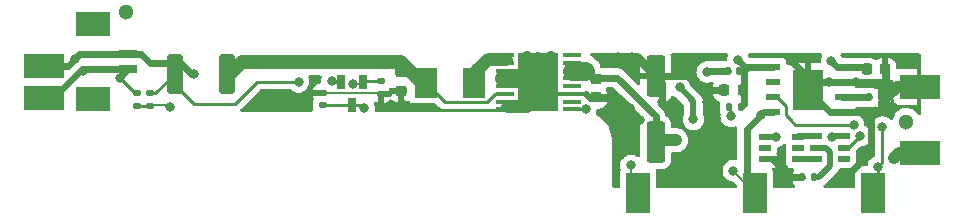
<source format=gbr>
%TF.GenerationSoftware,KiCad,Pcbnew,(6.0.6-0)*%
%TF.CreationDate,2022-10-05T15:39:13+02:00*%
%TF.ProjectId,Battery Extension PCB,42617474-6572-4792-9045-7874656e7369,rev?*%
%TF.SameCoordinates,Original*%
%TF.FileFunction,Copper,L1,Top*%
%TF.FilePolarity,Positive*%
%FSLAX46Y46*%
G04 Gerber Fmt 4.6, Leading zero omitted, Abs format (unit mm)*
G04 Created by KiCad (PCBNEW (6.0.6-0)) date 2022-10-05 15:39:13*
%MOMM*%
%LPD*%
G01*
G04 APERTURE LIST*
G04 Aperture macros list*
%AMRoundRect*
0 Rectangle with rounded corners*
0 $1 Rounding radius*
0 $2 $3 $4 $5 $6 $7 $8 $9 X,Y pos of 4 corners*
0 Add a 4 corners polygon primitive as box body*
4,1,4,$2,$3,$4,$5,$6,$7,$8,$9,$2,$3,0*
0 Add four circle primitives for the rounded corners*
1,1,$1+$1,$2,$3*
1,1,$1+$1,$4,$5*
1,1,$1+$1,$6,$7*
1,1,$1+$1,$8,$9*
0 Add four rect primitives between the rounded corners*
20,1,$1+$1,$2,$3,$4,$5,0*
20,1,$1+$1,$4,$5,$6,$7,0*
20,1,$1+$1,$6,$7,$8,$9,0*
20,1,$1+$1,$8,$9,$2,$3,0*%
G04 Aperture macros list end*
%TA.AperFunction,SMDPad,CuDef*%
%ADD10R,2.000000X3.500000*%
%TD*%
%TA.AperFunction,SMDPad,CuDef*%
%ADD11R,1.072009X0.532004*%
%TD*%
%TA.AperFunction,SMDPad,CuDef*%
%ADD12RoundRect,0.140000X-0.140000X-0.170000X0.140000X-0.170000X0.140000X0.170000X-0.140000X0.170000X0*%
%TD*%
%TA.AperFunction,SMDPad,CuDef*%
%ADD13R,3.000000X2.100000*%
%TD*%
%TA.AperFunction,SMDPad,CuDef*%
%ADD14R,1.600000X0.800000*%
%TD*%
%TA.AperFunction,SMDPad,CuDef*%
%ADD15RoundRect,0.135000X-0.135000X-0.185000X0.135000X-0.185000X0.135000X0.185000X-0.135000X0.185000X0*%
%TD*%
%TA.AperFunction,SMDPad,CuDef*%
%ADD16RoundRect,0.250000X-0.400000X-1.450000X0.400000X-1.450000X0.400000X1.450000X-0.400000X1.450000X0*%
%TD*%
%TA.AperFunction,SMDPad,CuDef*%
%ADD17RoundRect,0.135000X-0.185000X0.135000X-0.185000X-0.135000X0.185000X-0.135000X0.185000X0.135000X0*%
%TD*%
%TA.AperFunction,SMDPad,CuDef*%
%ADD18R,3.500000X2.000000*%
%TD*%
%TA.AperFunction,SMDPad,CuDef*%
%ADD19R,1.000000X0.550013*%
%TD*%
%TA.AperFunction,SMDPad,CuDef*%
%ADD20RoundRect,0.225000X0.250000X-0.225000X0.250000X0.225000X-0.250000X0.225000X-0.250000X-0.225000X0*%
%TD*%
%TA.AperFunction,SMDPad,CuDef*%
%ADD21R,1.900000X2.500000*%
%TD*%
%TA.AperFunction,SMDPad,CuDef*%
%ADD22RoundRect,0.225000X-0.250000X0.225000X-0.250000X-0.225000X0.250000X-0.225000X0.250000X0.225000X0*%
%TD*%
%TA.AperFunction,SMDPad,CuDef*%
%ADD23R,2.500000X3.499873*%
%TD*%
%TA.AperFunction,SMDPad,CuDef*%
%ADD24R,1.200000X0.600000*%
%TD*%
%TA.AperFunction,SMDPad,CuDef*%
%ADD25RoundRect,0.225000X0.225000X0.250000X-0.225000X0.250000X-0.225000X-0.250000X0.225000X-0.250000X0*%
%TD*%
%TA.AperFunction,SMDPad,CuDef*%
%ADD26RoundRect,0.250000X0.550000X-1.500000X0.550000X1.500000X-0.550000X1.500000X-0.550000X-1.500000X0*%
%TD*%
%TA.AperFunction,SMDPad,CuDef*%
%ADD27R,3.400000X5.000000*%
%TD*%
%TA.AperFunction,SMDPad,CuDef*%
%ADD28RoundRect,0.100000X-0.687500X-0.100000X0.687500X-0.100000X0.687500X0.100000X-0.687500X0.100000X0*%
%TD*%
%TA.AperFunction,SMDPad,CuDef*%
%ADD29RoundRect,0.135000X0.185000X-0.135000X0.185000X0.135000X-0.185000X0.135000X-0.185000X-0.135000X0*%
%TD*%
%TA.AperFunction,SMDPad,CuDef*%
%ADD30R,0.700000X1.250013*%
%TD*%
%TA.AperFunction,ViaPad*%
%ADD31C,1.300000*%
%TD*%
%TA.AperFunction,ViaPad*%
%ADD32C,0.800000*%
%TD*%
%TA.AperFunction,Conductor*%
%ADD33C,0.300000*%
%TD*%
%TA.AperFunction,Conductor*%
%ADD34C,0.600000*%
%TD*%
%TA.AperFunction,Conductor*%
%ADD35C,0.250000*%
%TD*%
%TA.AperFunction,Conductor*%
%ADD36C,1.650000*%
%TD*%
%TA.AperFunction,Conductor*%
%ADD37C,1.000000*%
%TD*%
%TA.AperFunction,Conductor*%
%ADD38C,0.200000*%
%TD*%
%TA.AperFunction,Conductor*%
%ADD39C,0.350000*%
%TD*%
%TA.AperFunction,Conductor*%
%ADD40C,1.100000*%
%TD*%
%TA.AperFunction,Conductor*%
%ADD41C,0.550000*%
%TD*%
%TA.AperFunction,Conductor*%
%ADD42C,0.800000*%
%TD*%
%TA.AperFunction,Conductor*%
%ADD43C,0.700000*%
%TD*%
%TA.AperFunction,Conductor*%
%ADD44C,1.200000*%
%TD*%
%TA.AperFunction,Conductor*%
%ADD45C,1.600000*%
%TD*%
G04 APERTURE END LIST*
D10*
%TO.P,P3,1*%
%TO.N,BATT VOLT*%
X118338600Y-80721200D03*
%TD*%
D11*
%TO.P,U6,1,OD*%
%TO.N,Net-(U3-Pad6)*%
X133451600Y-75925676D03*
%TO.P,U6,2,VM*%
%TO.N,Net-(R5-Pad2)*%
X133451600Y-76875638D03*
%TO.P,U6,3,OC*%
%TO.N,Net-(U3-Pad4)*%
X133451600Y-77825600D03*
%TO.P,U6,4,TD*%
%TO.N,unconnected-(U6-Pad4)*%
X135749796Y-77825600D03*
%TO.P,U6,5,VCC*%
%TO.N,Net-(R8-Pad1)*%
X135749796Y-76875638D03*
%TO.P,U6,6,GND*%
%TO.N,-BATT*%
X135749796Y-75925676D03*
%TD*%
D12*
%TO.P,C5,1*%
%TO.N,-BATT*%
X125961200Y-70358000D03*
%TO.P,C5,2*%
%TO.N,+BATT*%
X126921200Y-70358000D03*
%TD*%
D13*
%TO.P,U1,0,0*%
%TO.N,unconnected-(U1-Pad0)*%
X72229676Y-66420994D03*
X72229676Y-72771006D03*
D14*
%TO.P,U1,1,1*%
%TO.N,+BATT*%
X75129600Y-68970905D03*
%TO.P,U1,2,2*%
%TO.N,-BATT*%
X75129600Y-70221095D03*
%TD*%
D10*
%TO.P,P7,1*%
%TO.N,VBUS*%
X128244600Y-80721200D03*
%TD*%
D15*
%TO.P,R7,1*%
%TO.N,Net-(R7-Pad1)*%
X137934942Y-72623807D03*
%TO.P,R7,2*%
%TO.N,GND*%
X138954942Y-72623807D03*
%TD*%
D16*
%TO.P,F1,1*%
%TO.N,+BATT*%
X79105800Y-70662800D03*
%TO.P,F1,2*%
%TO.N,Net-(C2-Pad1)*%
X83555800Y-70662800D03*
%TD*%
D17*
%TO.P,R2,2*%
%TO.N,BATT VOLT*%
X75946000Y-73304500D03*
%TO.P,R2,1*%
%TO.N,-BATT*%
X75946000Y-72284500D03*
%TD*%
D18*
%TO.P,P2,1*%
%TO.N,-BATT*%
X68021200Y-72694800D03*
%TD*%
D19*
%TO.P,U3,1,S1*%
%TO.N,-BATT*%
X129085847Y-75938123D03*
%TO.P,U3,2,D1/D2*%
%TO.N,unconnected-(U3-Pad2)*%
X129085847Y-76888085D03*
%TO.P,U3,3,S2*%
%TO.N,GND*%
X129085847Y-77838047D03*
%TO.P,U3,4,G2*%
%TO.N,Net-(U3-Pad4)*%
X131885949Y-77838047D03*
%TO.P,U3,5,D1/D2*%
%TO.N,unconnected-(U3-Pad5)*%
X131885949Y-76888085D03*
%TO.P,U3,6,G1*%
%TO.N,Net-(U3-Pad6)*%
X131885949Y-75938123D03*
%TD*%
D18*
%TO.P,P13,1*%
%TO.N,GND*%
X142240000Y-71729600D03*
%TD*%
D20*
%TO.P,C3,1*%
%TO.N,GND*%
X114757200Y-72606200D03*
%TO.P,C3,2*%
%TO.N,+5V*%
X114757200Y-71056200D03*
%TD*%
D15*
%TO.P,R5,1*%
%TO.N,GND*%
X132215206Y-79391539D03*
%TO.P,R5,2*%
%TO.N,Net-(R5-Pad2)*%
X133235206Y-79391539D03*
%TD*%
D21*
%TO.P,U7,1,1*%
%TO.N,Net-(C2-Pad1)*%
X100362762Y-71374000D03*
%TO.P,U7,2,2*%
%TO.N,Net-(U4-Pad1)*%
X104462838Y-71374000D03*
%TD*%
D18*
%TO.P,P1,1*%
%TO.N,+BATT*%
X68021200Y-69926200D03*
%TD*%
D22*
%TO.P,C2,1*%
%TO.N,Net-(C2-Pad1)*%
X98247200Y-70497400D03*
%TO.P,C2,2*%
%TO.N,GND*%
X98247200Y-72047400D03*
%TD*%
D23*
%TO.P,U5,9,EP*%
%TO.N,GND*%
X132704542Y-71963407D03*
D24*
%TO.P,U5,8,CE*%
%TO.N,VBUS*%
X129796236Y-73868411D03*
%TO.P,U5,7,CHRG#*%
%TO.N,BATT CHARGING*%
X129796236Y-72598408D03*
%TO.P,U5,6,STDBY#*%
%TO.N,unconnected-(U5-Pad6)*%
X129796236Y-71328406D03*
%TO.P,U5,5,BAT*%
%TO.N,+BATT*%
X129796236Y-70058403D03*
%TO.P,U5,4,VCC*%
%TO.N,VBUS*%
X135612848Y-70058403D03*
%TO.P,U5,3,GND*%
%TO.N,GND*%
X135612848Y-71328406D03*
%TO.P,U5,2,PROG*%
%TO.N,Net-(R7-Pad1)*%
X135612848Y-72598408D03*
%TO.P,U5,1,TEMP*%
%TO.N,GND*%
X135612848Y-73868411D03*
%TD*%
D25*
%TO.P,C1,1*%
%TO.N,GND*%
X139255800Y-70256400D03*
%TO.P,C1,2*%
%TO.N,VBUS*%
X137705800Y-70256400D03*
%TD*%
D26*
%TO.P,C6,1*%
%TO.N,+5V*%
X119837200Y-76415200D03*
%TO.P,C6,2*%
%TO.N,GND*%
X119837200Y-70815200D03*
%TD*%
D25*
%TO.P,C4,1*%
%TO.N,+BATT*%
X127216200Y-71983600D03*
%TO.P,C4,2*%
%TO.N,GND*%
X125666200Y-71983600D03*
%TD*%
D27*
%TO.P,U4,17,EP*%
%TO.N,GND*%
X109906379Y-71342512D03*
D28*
%TO.P,U4,16,NC*%
%TO.N,unconnected-(U4-Pad16)*%
X112768879Y-69067512D03*
%TO.P,U4,15,VOUT*%
%TO.N,+5V*%
X112768879Y-69717512D03*
%TO.P,U4,14,VOUT*%
X112768879Y-70367512D03*
%TO.P,U4,13,VOUT*%
X112768879Y-71017512D03*
%TO.P,U4,12,FB*%
%TO.N,unconnected-(U4-Pad12)*%
X112768879Y-71667512D03*
%TO.P,U4,11,GND*%
%TO.N,GND*%
X112768879Y-72317512D03*
%TO.P,U4,10,LBO*%
%TO.N,unconnected-(U4-Pad10)*%
X112768879Y-72967512D03*
%TO.P,U4,9,EN*%
%TO.N,Net-(R9-Pad1)*%
X112768879Y-73617512D03*
%TO.P,U4,8,SYNC*%
%TO.N,GND*%
X107043879Y-73617512D03*
%TO.P,U4,7,LBI*%
X107043879Y-72967512D03*
%TO.P,U4,6,VBAT*%
%TO.N,Net-(C2-Pad1)*%
X107043879Y-72317512D03*
%TO.P,U4,5,PGND*%
%TO.N,GND*%
X107043879Y-71667512D03*
%TO.P,U4,4,PGND*%
X107043879Y-71017512D03*
%TO.P,U4,3,PGND*%
X107043879Y-70367512D03*
%TO.P,U4,2,SW*%
%TO.N,Net-(U4-Pad1)*%
X107043879Y-69717512D03*
%TO.P,U4,1,SW*%
X107043879Y-69067512D03*
%TD*%
D17*
%TO.P,R6,1*%
%TO.N,VBUS*%
X96621600Y-71270400D03*
%TO.P,R6,2*%
%TO.N,GND*%
X96621600Y-72290400D03*
%TD*%
D18*
%TO.P,P12,1*%
%TO.N,+5V*%
X142240000Y-77343000D03*
%TD*%
D29*
%TO.P,R1,2*%
%TO.N,+BATT*%
X77063600Y-72286400D03*
%TO.P,R1,1*%
%TO.N,BATT VOLT*%
X77063600Y-73306400D03*
%TD*%
D30*
%TO.P,U8,1,G*%
%TO.N,VBUS*%
X95082362Y-71288400D03*
%TO.P,U8,2,S*%
%TO.N,+BATT*%
X93182438Y-71288400D03*
%TO.P,U8,3,D*%
%TO.N,Net-(R9-Pad1)*%
X94132400Y-73288400D03*
%TD*%
D10*
%TO.P,P11,1*%
%TO.N,BATT CHARGING*%
X138252200Y-80721200D03*
%TD*%
D29*
%TO.P,R9,1*%
%TO.N,Net-(R9-Pad1)*%
X91643200Y-73255600D03*
%TO.P,R9,2*%
%TO.N,GND*%
X91643200Y-72235600D03*
%TD*%
D15*
%TO.P,R8,1*%
%TO.N,Net-(R8-Pad1)*%
X126032800Y-73456800D03*
%TO.P,R8,2*%
%TO.N,+BATT*%
X127052800Y-73456800D03*
%TD*%
D31*
%TO.N,*%
X141071600Y-74676000D03*
X75031600Y-65430400D03*
D32*
%TO.N,GND*%
X118540936Y-74509315D03*
X130810000Y-79044800D03*
X136799194Y-71328406D03*
X117703600Y-73558400D03*
X121818400Y-69443600D03*
X121513600Y-74066400D03*
X110947200Y-69189600D03*
X108966000Y-69189600D03*
X134513194Y-71328406D03*
X135940800Y-79146400D03*
X131318000Y-69545200D03*
X120396000Y-73050400D03*
X117856000Y-69240400D03*
X116687600Y-69189600D03*
X124155200Y-73050400D03*
X138627989Y-73868411D03*
X109829600Y-69189600D03*
%TO.N,VBUS*%
X128727200Y-74117200D03*
X134721600Y-69545200D03*
X94183200Y-71526400D03*
X126414017Y-78817983D03*
%TO.N,+BATT*%
X80772000Y-70662800D03*
X89611200Y-71308300D03*
X70662800Y-69342000D03*
X92405200Y-71272400D03*
X126796800Y-69443600D03*
%TO.N,-BATT*%
X74523600Y-71018400D03*
X123037600Y-74472800D03*
X124206000Y-70459600D03*
X129997200Y-75946000D03*
X71374000Y-70358000D03*
X134772400Y-75946000D03*
X121869200Y-71780400D03*
%TO.N,+5V*%
X140004800Y-77774800D03*
X121564400Y-76250800D03*
%TO.N,BATT VOLT*%
X78689200Y-73406000D03*
X117754400Y-78384400D03*
%TO.N,Net-(R8-Pad1)*%
X137174900Y-75857700D03*
X126238000Y-74218800D03*
%TO.N,BATT CHARGING*%
X138684000Y-78486000D03*
X139039600Y-75133200D03*
X136601200Y-74930000D03*
%TO.N,Net-(R9-Pad1)*%
X95148400Y-73546700D03*
X113926879Y-73585132D03*
%TD*%
D33*
%TO.N,GND*%
X106778370Y-71272400D02*
X107033125Y-71017645D01*
D34*
X114298900Y-72693700D02*
X113944400Y-72339200D01*
X138074400Y-74076822D02*
X137865989Y-73868411D01*
D35*
X98348800Y-72847200D02*
X99212400Y-73710800D01*
D34*
X117703600Y-73558400D02*
X116838900Y-72693700D01*
D36*
X107033125Y-71017645D02*
X109581512Y-71017645D01*
D34*
X135612848Y-73868411D02*
X137865989Y-73868411D01*
X135612848Y-71328406D02*
X136799194Y-71328406D01*
D33*
X109906379Y-70230421D02*
X109906379Y-71342512D01*
D37*
X140251649Y-71729600D02*
X142499615Y-71729600D01*
D34*
X138881989Y-73868411D02*
X139357442Y-73392958D01*
D37*
X140251649Y-71729600D02*
X142240000Y-71729600D01*
D38*
X96215200Y-72288400D02*
X97853800Y-72288400D01*
D37*
X139357442Y-72623807D02*
X140251649Y-71729600D01*
D34*
X136144000Y-79146400D02*
X138074400Y-77216000D01*
D37*
X109906379Y-69266379D02*
X109906379Y-71342512D01*
D39*
X110881487Y-72317620D02*
X109906379Y-71342512D01*
D34*
X123850400Y-71983600D02*
X125666200Y-71983600D01*
X135940800Y-79146400D02*
X136144000Y-79146400D01*
X119837200Y-70815200D02*
X122682000Y-70815200D01*
X135612848Y-71328406D02*
X134513194Y-71328406D01*
D38*
X97853800Y-72288400D02*
X98348800Y-71793400D01*
D34*
X130810000Y-79044800D02*
X131156739Y-79391539D01*
D40*
X107295520Y-73355200D02*
X108915200Y-73355200D01*
D34*
X138074400Y-77216000D02*
X138074400Y-74076822D01*
X136799194Y-71328406D02*
X139339194Y-71328406D01*
D41*
X131207539Y-79391539D02*
X129654047Y-77838047D01*
D42*
X118262400Y-69240400D02*
X119837200Y-70815200D01*
D33*
X109829600Y-69189600D02*
X109906379Y-69266379D01*
D34*
X139343300Y-72609665D02*
X139357442Y-72623807D01*
X131156739Y-79391539D02*
X132215206Y-79391539D01*
D39*
X112779633Y-72317620D02*
X113922820Y-72317620D01*
D34*
X122682000Y-70815200D02*
X123850400Y-71983600D01*
D43*
X117856000Y-69240400D02*
X118262400Y-69240400D01*
D34*
X139343300Y-70256400D02*
X139343300Y-71324300D01*
D39*
X112779633Y-72317620D02*
X110881487Y-72317620D01*
D34*
X120396000Y-73050400D02*
X120396000Y-71374000D01*
D37*
X110947200Y-69189600D02*
X109906379Y-70230421D01*
D34*
X132704542Y-70931742D02*
X131318000Y-69545200D01*
X116838900Y-72693700D02*
X114757200Y-72693700D01*
X138627989Y-73868411D02*
X138881989Y-73868411D01*
D38*
X91643200Y-72235600D02*
X91696000Y-72288400D01*
D34*
X135612848Y-73868411D02*
X134609546Y-73868411D01*
D33*
X106730800Y-71272400D02*
X106778370Y-71272400D01*
D37*
X109581512Y-69805112D02*
X108966000Y-69189600D01*
D33*
X107033125Y-73617595D02*
X107295520Y-73355200D01*
D34*
X114757200Y-72693700D02*
X114298900Y-72693700D01*
D35*
X106939920Y-73710800D02*
X107295520Y-73355200D01*
D41*
X129654047Y-77838047D02*
X129085847Y-77838047D01*
D35*
X98044000Y-71728500D02*
X98348800Y-72033300D01*
D38*
X96619600Y-72288400D02*
X96621600Y-72290400D01*
D35*
X99212400Y-73710800D02*
X106939920Y-73710800D01*
X98348800Y-72033300D02*
X98348800Y-72847200D01*
D34*
X134513194Y-71328406D02*
X133339543Y-71328406D01*
X137865989Y-73868411D02*
X138627989Y-73868411D01*
X132704542Y-71963407D02*
X132704542Y-70931742D01*
X139343300Y-71324300D02*
X139343300Y-72609665D01*
X134609546Y-73868411D02*
X132704542Y-71963407D01*
D33*
X109906379Y-72364021D02*
X109906379Y-71342512D01*
X113922820Y-72317620D02*
X113944400Y-72339200D01*
X109581512Y-71017645D02*
X109581512Y-69805112D01*
X109581512Y-71017645D02*
X109906379Y-71342512D01*
D38*
X96215200Y-72288400D02*
X96619600Y-72288400D01*
D34*
X133339543Y-71328406D02*
X132704542Y-71963407D01*
D40*
X108915200Y-73355200D02*
X109906379Y-72364021D01*
D34*
X120396000Y-71374000D02*
X119837200Y-70815200D01*
X139357442Y-73392958D02*
X139357442Y-72623807D01*
X139339194Y-71328406D02*
X139343300Y-71324300D01*
D38*
X91696000Y-72288400D02*
X96215200Y-72288400D01*
%TO.N,VBUS*%
X126414017Y-78817983D02*
X126414017Y-78890617D01*
D35*
X95147262Y-71223500D02*
X95082362Y-71288400D01*
D38*
X128197367Y-80673967D02*
X128244600Y-80673967D01*
D34*
X127558800Y-75285600D02*
X128727200Y-74117200D01*
X127558800Y-80035400D02*
X127558800Y-75285600D01*
X135612848Y-70058403D02*
X137420303Y-70058403D01*
X128727200Y-74117200D02*
X128168400Y-74676000D01*
D38*
X126414017Y-78890617D02*
X128197367Y-80673967D01*
X94183200Y-71526400D02*
X94844362Y-71526400D01*
D34*
X135234803Y-70058403D02*
X134721600Y-69545200D01*
D35*
X127558800Y-80035400D02*
X128172367Y-80648967D01*
D34*
X137420303Y-70058403D02*
X137618300Y-70256400D01*
X135612848Y-70058403D02*
X135234803Y-70058403D01*
D35*
X128172367Y-80648967D02*
X128244600Y-80648967D01*
D34*
X127609600Y-79813567D02*
X128270000Y-80473967D01*
D38*
X94844362Y-71526400D02*
X95082362Y-71288400D01*
D35*
X96621600Y-71223500D02*
X95147262Y-71223500D01*
D34*
X128975989Y-73868411D02*
X128727200Y-74117200D01*
X129796236Y-73868411D02*
X128975989Y-73868411D01*
D35*
%TO.N,Net-(C2-Pad1)*%
X106252874Y-72317620D02*
X105570894Y-72999600D01*
D44*
X98247200Y-69646800D02*
X84825800Y-69646800D01*
X100126800Y-71526400D02*
X98247200Y-69646800D01*
X84825800Y-69646800D02*
X83809800Y-70662800D01*
D34*
X100565962Y-71374000D02*
X100380800Y-71374000D01*
X100380800Y-71374000D02*
X100228400Y-71526400D01*
D35*
X107033125Y-72317620D02*
X106252874Y-72317620D01*
X101988362Y-72999600D02*
X100362762Y-71374000D01*
X105570894Y-72999600D02*
X101988362Y-72999600D01*
D44*
X100228400Y-71526400D02*
X100126800Y-71526400D01*
D34*
%TO.N,+BATT*%
X80772000Y-70662800D02*
X80528200Y-70662800D01*
X75129600Y-68970905D02*
X71033895Y-68970905D01*
D35*
X77063600Y-72286400D02*
X77482200Y-72286400D01*
X80721200Y-73152000D02*
X84226400Y-73152000D01*
X92421200Y-71288400D02*
X93182438Y-71288400D01*
D34*
X68021200Y-69926200D02*
X66594540Y-69926200D01*
X71033895Y-68970905D02*
X70662800Y-69342000D01*
X127303700Y-70358000D02*
X127303700Y-69950500D01*
D35*
X84226400Y-73152000D02*
X86090762Y-71287638D01*
X86090762Y-71287638D02*
X89590538Y-71287638D01*
D34*
X79613800Y-69748400D02*
X77012800Y-69748400D01*
X129796236Y-70058403D02*
X127603297Y-70058403D01*
D35*
X77482200Y-72286400D02*
X79105800Y-70662800D01*
X79105800Y-70662800D02*
X79105800Y-71536600D01*
X79105800Y-71536600D02*
X80721200Y-73152000D01*
D34*
X127303700Y-70358000D02*
X127303700Y-73205900D01*
X80528200Y-70662800D02*
X79613800Y-69748400D01*
D38*
X93182438Y-71288400D02*
X93182438Y-71358762D01*
D34*
X127603297Y-70058403D02*
X127303700Y-70358000D01*
X76235305Y-68970905D02*
X77012800Y-69748400D01*
X75129600Y-68970905D02*
X76235305Y-68970905D01*
X127303700Y-69950500D02*
X126796800Y-69443600D01*
D35*
X92405200Y-71272400D02*
X92421200Y-71288400D01*
D34*
X66594540Y-69926200D02*
X66594540Y-69951600D01*
X70078600Y-69926200D02*
X68021200Y-69926200D01*
D35*
X89590538Y-71287638D02*
X89611200Y-71308300D01*
D34*
X127303700Y-73205900D02*
X127052800Y-73456800D01*
X70662800Y-69342000D02*
X70078600Y-69926200D01*
%TO.N,-BATT*%
X124307600Y-70358000D02*
X124206000Y-70459600D01*
D41*
X129997200Y-75946000D02*
X129093724Y-75946000D01*
D34*
X71307705Y-70291705D02*
X71307705Y-70221095D01*
X74523600Y-71018400D02*
X74523600Y-70827095D01*
D35*
X129093724Y-75946000D02*
X129085847Y-75938123D01*
D41*
X135749796Y-75925676D02*
X134792724Y-75925676D01*
D35*
X134792724Y-75925676D02*
X134772400Y-75946000D01*
X75789700Y-72284500D02*
X74523600Y-71018400D01*
D41*
X123037600Y-74472800D02*
X123037600Y-72948800D01*
D34*
X68021200Y-72694800D02*
X66594540Y-72694800D01*
D35*
X75946000Y-72284500D02*
X75789700Y-72284500D01*
D34*
X74523600Y-70827095D02*
X75129600Y-70221095D01*
X71374000Y-70358000D02*
X71307705Y-70291705D01*
D41*
X123037600Y-72948800D02*
X121869200Y-71780400D01*
D34*
X125961200Y-70358000D02*
X124307600Y-70358000D01*
X75129600Y-70221095D02*
X71307705Y-70221095D01*
X68834000Y-72694800D02*
X68021200Y-72694800D01*
X71307705Y-70221095D02*
X68834000Y-72694800D01*
%TO.N,+5V*%
X119837200Y-74218800D02*
X116587100Y-70968700D01*
X119837200Y-76415200D02*
X119837200Y-74218800D01*
X114757200Y-70968700D02*
X114806900Y-71018400D01*
D37*
X120001600Y-76250800D02*
X119837200Y-76415200D01*
D34*
X114504300Y-70968700D02*
X113893600Y-70358000D01*
X116587100Y-70968700D02*
X114757200Y-70968700D01*
D37*
X142341600Y-77343000D02*
X140436600Y-77343000D01*
D34*
X114757200Y-70968700D02*
X114504300Y-70968700D01*
D37*
X140436600Y-77343000D02*
X140004800Y-77774800D01*
D34*
X112789037Y-70358000D02*
X112779633Y-70367404D01*
D37*
X121564400Y-76250800D02*
X120001600Y-76250800D01*
D45*
X113893600Y-70358000D02*
X112789037Y-70358000D01*
D38*
%TO.N,BATT VOLT*%
X117754400Y-80137000D02*
X118291367Y-80673967D01*
X78587600Y-73304400D02*
X76915100Y-73304400D01*
X78689200Y-73406000D02*
X78587600Y-73304400D01*
X118291367Y-80673967D02*
X118338600Y-80673967D01*
D35*
X76962000Y-73306400D02*
X75795500Y-73306400D01*
D38*
X117754400Y-78384400D02*
X117754400Y-80137000D01*
D35*
X75795500Y-73306400D02*
X75793600Y-73308300D01*
D41*
%TO.N,Net-(R5-Pad2)*%
X133637667Y-79391539D02*
X133235206Y-79391539D01*
X133451600Y-76875638D02*
X134253644Y-76875638D01*
X134620000Y-77241994D02*
X134620000Y-78409206D01*
X134620000Y-78409206D02*
X133637667Y-79391539D01*
X134253644Y-76875638D02*
X134620000Y-77241994D01*
D35*
%TO.N,Net-(R7-Pad1)*%
X135638247Y-72623807D02*
X135612848Y-72598408D01*
D34*
X137934942Y-72623807D02*
X135638247Y-72623807D01*
D35*
%TO.N,Net-(R8-Pad1)*%
X126238000Y-74218800D02*
X126238000Y-73865200D01*
X136156962Y-76875638D02*
X135749796Y-76875638D01*
X137174900Y-75857700D02*
X136156962Y-76875638D01*
X126238000Y-73865200D02*
X125931200Y-73558400D01*
D41*
%TO.N,Net-(U3-Pad4)*%
X131885949Y-77838047D02*
X133439153Y-77838047D01*
D38*
X133439153Y-77838047D02*
X133451600Y-77825600D01*
D41*
%TO.N,Net-(U3-Pad6)*%
X133451600Y-75925676D02*
X131898396Y-75925676D01*
D35*
X131898396Y-75925676D02*
X131885949Y-75938123D01*
%TO.N,BATT CHARGING*%
X139039600Y-78130400D02*
X138684000Y-78486000D01*
X130860800Y-74117200D02*
X131318000Y-74574400D01*
X130096236Y-72598408D02*
X130860800Y-73362972D01*
X131673600Y-74930000D02*
X136601200Y-74930000D01*
X138684000Y-78486000D02*
X138684000Y-80217167D01*
X138684000Y-80217167D02*
X138252200Y-80648967D01*
X129796236Y-72598408D02*
X130096236Y-72598408D01*
X139039600Y-75133200D02*
X139039600Y-75946000D01*
X139039600Y-75946000D02*
X139039600Y-78130400D01*
X130860800Y-73660000D02*
X130860800Y-74117200D01*
X131318000Y-74574400D02*
X131673600Y-74930000D01*
X130860800Y-73362972D02*
X130860800Y-73660000D01*
D40*
%TO.N,Net-(U4-Pad1)*%
X104666038Y-70289162D02*
X105613200Y-69342000D01*
X105613200Y-69342000D02*
X107137200Y-69342000D01*
D35*
X104666038Y-71374000D02*
X104666038Y-70289162D01*
%TO.N,Net-(R9-Pad1)*%
X113926879Y-73585132D02*
X112812096Y-73585132D01*
X94132400Y-73288400D02*
X94890100Y-73288400D01*
X94890100Y-73288400D02*
X95148400Y-73546700D01*
X94132400Y-73288400D02*
X91676000Y-73288400D01*
X91676000Y-73288400D02*
X91643200Y-73255600D01*
X112812096Y-73585132D02*
X112779633Y-73617595D01*
%TD*%
%TA.AperFunction,Conductor*%
%TO.N,GND*%
G36*
X118524735Y-68905302D02*
G01*
X118571228Y-68958958D01*
X118581332Y-69029232D01*
X118576207Y-69050968D01*
X118542062Y-69153910D01*
X118539195Y-69167286D01*
X118529528Y-69261638D01*
X118529200Y-69268055D01*
X118529200Y-70543085D01*
X118533675Y-70558324D01*
X118535065Y-70559529D01*
X118542748Y-70561200D01*
X121127084Y-70561200D01*
X121142323Y-70556725D01*
X121143528Y-70555335D01*
X121145199Y-70547652D01*
X121145199Y-69268105D01*
X121144862Y-69261586D01*
X121134943Y-69165994D01*
X121132051Y-69152600D01*
X121098214Y-69051176D01*
X121095630Y-68980226D01*
X121131814Y-68919142D01*
X121195278Y-68887318D01*
X121217738Y-68885300D01*
X125852150Y-68885300D01*
X125920271Y-68905302D01*
X125966764Y-68958958D01*
X125976868Y-69029232D01*
X125967256Y-69062551D01*
X125965578Y-69066319D01*
X125962273Y-69072044D01*
X125903258Y-69253672D01*
X125902569Y-69260231D01*
X125902568Y-69260234D01*
X125885075Y-69426671D01*
X125858062Y-69492327D01*
X125799840Y-69532957D01*
X125760655Y-69539355D01*
X125760657Y-69539403D01*
X125760265Y-69539418D01*
X125759765Y-69539500D01*
X125755716Y-69539500D01*
X125753268Y-69539693D01*
X125753260Y-69539693D01*
X125725356Y-69541889D01*
X125725351Y-69541890D01*
X125718946Y-69542394D01*
X125711703Y-69544498D01*
X125708852Y-69544904D01*
X125706432Y-69545346D01*
X125706415Y-69545251D01*
X125676554Y-69549500D01*
X124316814Y-69549500D01*
X124315494Y-69549493D01*
X124314419Y-69549482D01*
X124225379Y-69548549D01*
X124218489Y-69550039D01*
X124214390Y-69550455D01*
X124201656Y-69551100D01*
X124110513Y-69551100D01*
X124104061Y-69552472D01*
X124104056Y-69552472D01*
X124017113Y-69570953D01*
X123923712Y-69590806D01*
X123917682Y-69593491D01*
X123917681Y-69593491D01*
X123755278Y-69665797D01*
X123755276Y-69665798D01*
X123749248Y-69668482D01*
X123743907Y-69672362D01*
X123743906Y-69672363D01*
X123698337Y-69705471D01*
X123594747Y-69780734D01*
X123590326Y-69785644D01*
X123590325Y-69785645D01*
X123474694Y-69914067D01*
X123466960Y-69922656D01*
X123371473Y-70088044D01*
X123312458Y-70269672D01*
X123311768Y-70276233D01*
X123311768Y-70276235D01*
X123300977Y-70378907D01*
X123292496Y-70459600D01*
X123293186Y-70466165D01*
X123302723Y-70556900D01*
X123312458Y-70649528D01*
X123371473Y-70831156D01*
X123374776Y-70836878D01*
X123374777Y-70836879D01*
X123392318Y-70867261D01*
X123466960Y-70996544D01*
X123471378Y-71001451D01*
X123471379Y-71001452D01*
X123590325Y-71133555D01*
X123594747Y-71138466D01*
X123679089Y-71199744D01*
X123739253Y-71243456D01*
X123749248Y-71250718D01*
X123755276Y-71253402D01*
X123755278Y-71253403D01*
X123882454Y-71310025D01*
X123923712Y-71328394D01*
X124017113Y-71348247D01*
X124104056Y-71366728D01*
X124104061Y-71366728D01*
X124110513Y-71368100D01*
X124301487Y-71368100D01*
X124307939Y-71366728D01*
X124307944Y-71366728D01*
X124394887Y-71348247D01*
X124488288Y-71328394D01*
X124494315Y-71325711D01*
X124494323Y-71325708D01*
X124597214Y-71279898D01*
X124667581Y-71270464D01*
X124731878Y-71300571D01*
X124769691Y-71360660D01*
X124768055Y-71434673D01*
X124720709Y-71577414D01*
X124717842Y-71590790D01*
X124708528Y-71681697D01*
X124708200Y-71688114D01*
X124708200Y-71711485D01*
X124712675Y-71726724D01*
X124714065Y-71727929D01*
X124721748Y-71729600D01*
X125794200Y-71729600D01*
X125862321Y-71749602D01*
X125908814Y-71803258D01*
X125920200Y-71855600D01*
X125920200Y-72111600D01*
X125900198Y-72179721D01*
X125846542Y-72226214D01*
X125794200Y-72237600D01*
X124726315Y-72237600D01*
X124711076Y-72242075D01*
X124709871Y-72243465D01*
X124708200Y-72251148D01*
X124708200Y-72279038D01*
X124708537Y-72285553D01*
X124718094Y-72377657D01*
X124720988Y-72391056D01*
X124770581Y-72539707D01*
X124776755Y-72552886D01*
X124858988Y-72685773D01*
X124868024Y-72697174D01*
X124978629Y-72807586D01*
X124990040Y-72816598D01*
X125123080Y-72898604D01*
X125136261Y-72904751D01*
X125201734Y-72926468D01*
X125260094Y-72966899D01*
X125287330Y-73032464D01*
X125283063Y-73081213D01*
X125257171Y-73170334D01*
X125256667Y-73176741D01*
X125256666Y-73176745D01*
X125256298Y-73181425D01*
X125254300Y-73206811D01*
X125254301Y-73706788D01*
X125257171Y-73743266D01*
X125274026Y-73801281D01*
X125295480Y-73875125D01*
X125302531Y-73899396D01*
X125329131Y-73944373D01*
X125346590Y-74013187D01*
X125344762Y-74027936D01*
X125344458Y-74028872D01*
X125343768Y-74035440D01*
X125343767Y-74035443D01*
X125332488Y-74142763D01*
X125324496Y-74218800D01*
X125325186Y-74225365D01*
X125332663Y-74296500D01*
X125344458Y-74408728D01*
X125403473Y-74590356D01*
X125498960Y-74755744D01*
X125503378Y-74760651D01*
X125503379Y-74760652D01*
X125591037Y-74858006D01*
X125626747Y-74897666D01*
X125645108Y-74911006D01*
X125769673Y-75001508D01*
X125781248Y-75009918D01*
X125787276Y-75012602D01*
X125787278Y-75012603D01*
X125938413Y-75079892D01*
X125955712Y-75087594D01*
X126049112Y-75107447D01*
X126136056Y-75125928D01*
X126136061Y-75125928D01*
X126142513Y-75127300D01*
X126333487Y-75127300D01*
X126339939Y-75125928D01*
X126339944Y-75125928D01*
X126426888Y-75107447D01*
X126520288Y-75087594D01*
X126537590Y-75079891D01*
X126574860Y-75063297D01*
X126645227Y-75053863D01*
X126709524Y-75083969D01*
X126747338Y-75144058D01*
X126751046Y-75190051D01*
X126750576Y-75192085D01*
X126750551Y-75199129D01*
X126750551Y-75199132D01*
X126750434Y-75232656D01*
X126750405Y-75233538D01*
X126750300Y-75234369D01*
X126750300Y-75271019D01*
X126750299Y-75271459D01*
X126749967Y-75366663D01*
X126749943Y-75373470D01*
X126750211Y-75374670D01*
X126750300Y-75376307D01*
X126750300Y-77805068D01*
X126730298Y-77873189D01*
X126676642Y-77919682D01*
X126606368Y-77929786D01*
X126598104Y-77928315D01*
X126515963Y-77910856D01*
X126515964Y-77910856D01*
X126509504Y-77909483D01*
X126318530Y-77909483D01*
X126312078Y-77910855D01*
X126312073Y-77910855D01*
X126229933Y-77928315D01*
X126131729Y-77949189D01*
X126125699Y-77951874D01*
X126125698Y-77951874D01*
X125963295Y-78024180D01*
X125963293Y-78024181D01*
X125957265Y-78026865D01*
X125802764Y-78139117D01*
X125674977Y-78281039D01*
X125625519Y-78366702D01*
X125612933Y-78388503D01*
X125579490Y-78446427D01*
X125520475Y-78628055D01*
X125519785Y-78634616D01*
X125519785Y-78634618D01*
X125503779Y-78786904D01*
X125500513Y-78817983D01*
X125501203Y-78824548D01*
X125511558Y-78923066D01*
X125520475Y-79007911D01*
X125579490Y-79189539D01*
X125674977Y-79354927D01*
X125802764Y-79496849D01*
X125957265Y-79609101D01*
X125963293Y-79611785D01*
X125963295Y-79611786D01*
X126125698Y-79684092D01*
X126131729Y-79686777D01*
X126225130Y-79706630D01*
X126312073Y-79725111D01*
X126312078Y-79725111D01*
X126318530Y-79726483D01*
X126337144Y-79726483D01*
X126405265Y-79746485D01*
X126426239Y-79763388D01*
X126699195Y-80036344D01*
X126733221Y-80098656D01*
X126736100Y-80125439D01*
X126736100Y-80139467D01*
X126716098Y-80207588D01*
X126662442Y-80254081D01*
X126610100Y-80265467D01*
X119973100Y-80265467D01*
X119904979Y-80245465D01*
X119858486Y-80191809D01*
X119847100Y-80139467D01*
X119847100Y-78923066D01*
X119840345Y-78860884D01*
X119833990Y-78843931D01*
X119828806Y-78773124D01*
X119862726Y-78710754D01*
X119924981Y-78676625D01*
X119951971Y-78673700D01*
X120437600Y-78673700D01*
X120440846Y-78673363D01*
X120440850Y-78673363D01*
X120536508Y-78663438D01*
X120536512Y-78663437D01*
X120543366Y-78662726D01*
X120549902Y-78660545D01*
X120549904Y-78660545D01*
X120704198Y-78609068D01*
X120711146Y-78606750D01*
X120861548Y-78513678D01*
X120906546Y-78468602D01*
X120981334Y-78393683D01*
X120986505Y-78388503D01*
X120999794Y-78366944D01*
X121075475Y-78244168D01*
X121075476Y-78244166D01*
X121079315Y-78237938D01*
X121126751Y-78094923D01*
X121132832Y-78076589D01*
X121132832Y-78076587D01*
X121134997Y-78070061D01*
X121145700Y-77965600D01*
X121145700Y-77385300D01*
X121165702Y-77317179D01*
X121219358Y-77270686D01*
X121271700Y-77259300D01*
X121614169Y-77259300D01*
X121617225Y-77259000D01*
X121617232Y-77259000D01*
X121675740Y-77253263D01*
X121761233Y-77244880D01*
X121767134Y-77243098D01*
X121767136Y-77243098D01*
X121861452Y-77214622D01*
X121950569Y-77187716D01*
X122125196Y-77094866D01*
X122211462Y-77024509D01*
X122273687Y-76973760D01*
X122273690Y-76973757D01*
X122278462Y-76969865D01*
X122282391Y-76965116D01*
X122400601Y-76822225D01*
X122400603Y-76822221D01*
X122404530Y-76817475D01*
X122498598Y-76643501D01*
X122557082Y-76454568D01*
X122563981Y-76388926D01*
X122577111Y-76264004D01*
X122577111Y-76264002D01*
X122577755Y-76257875D01*
X122559830Y-76060912D01*
X122555921Y-76047628D01*
X122511816Y-75897771D01*
X122503990Y-75871181D01*
X122500375Y-75864265D01*
X122415213Y-75701368D01*
X122412360Y-75695910D01*
X122288432Y-75541775D01*
X122136926Y-75414646D01*
X122131528Y-75411679D01*
X122131523Y-75411675D01*
X121969008Y-75322333D01*
X121969009Y-75322333D01*
X121963613Y-75319367D01*
X121957746Y-75317506D01*
X121957744Y-75317505D01*
X121780964Y-75261427D01*
X121780963Y-75261427D01*
X121775094Y-75259565D01*
X121621173Y-75242300D01*
X121271700Y-75242300D01*
X121203579Y-75222298D01*
X121157086Y-75168642D01*
X121145700Y-75116300D01*
X121145700Y-74864800D01*
X121144173Y-74850079D01*
X121135438Y-74765892D01*
X121135437Y-74765888D01*
X121134726Y-74759034D01*
X121130590Y-74746635D01*
X121081068Y-74598202D01*
X121078750Y-74591254D01*
X120985678Y-74440852D01*
X120860503Y-74315895D01*
X120835668Y-74300586D01*
X120709938Y-74223085D01*
X120710712Y-74221830D01*
X120663586Y-74180337D01*
X120648356Y-74136211D01*
X120646650Y-74136580D01*
X120646567Y-74136197D01*
X120637490Y-74094214D01*
X120635430Y-74081635D01*
X120631382Y-74045541D01*
X120631381Y-74045538D01*
X120630597Y-74038545D01*
X120619566Y-74006868D01*
X120615404Y-73992058D01*
X120609809Y-73966178D01*
X120609808Y-73966174D01*
X120608319Y-73959289D01*
X120605342Y-73952905D01*
X120605340Y-73952899D01*
X120589996Y-73919993D01*
X120585200Y-73908183D01*
X120584516Y-73906218D01*
X120570945Y-73867248D01*
X120567213Y-73861276D01*
X120567210Y-73861269D01*
X120553173Y-73838805D01*
X120545834Y-73825288D01*
X120534639Y-73801281D01*
X120534637Y-73801277D01*
X120531662Y-73794898D01*
X120505092Y-73760644D01*
X120497798Y-73750188D01*
X120497337Y-73749450D01*
X120474826Y-73713424D01*
X120458612Y-73697096D01*
X120446217Y-73684615D01*
X120445634Y-73683992D01*
X120445121Y-73683330D01*
X120419274Y-73657483D01*
X120390130Y-73628135D01*
X120349504Y-73587224D01*
X120349500Y-73587220D01*
X120347015Y-73584718D01*
X120345977Y-73584059D01*
X120344744Y-73582953D01*
X120050085Y-73288294D01*
X120016059Y-73225982D01*
X120021124Y-73155167D01*
X120063671Y-73098331D01*
X120130191Y-73073520D01*
X120139180Y-73073199D01*
X120434295Y-73073199D01*
X120440814Y-73072862D01*
X120536406Y-73062943D01*
X120549800Y-73060051D01*
X120703984Y-73008612D01*
X120717162Y-73002439D01*
X120855007Y-72917137D01*
X120866408Y-72908101D01*
X120980939Y-72793371D01*
X120989951Y-72781960D01*
X121075016Y-72643957D01*
X121081163Y-72630776D01*
X121107085Y-72552624D01*
X121147516Y-72494265D01*
X121213080Y-72467028D01*
X121282962Y-72479562D01*
X121300736Y-72490354D01*
X121359393Y-72532971D01*
X121397878Y-72560932D01*
X121412448Y-72571518D01*
X121418476Y-72574202D01*
X121418478Y-72574203D01*
X121522201Y-72620383D01*
X121586912Y-72649194D01*
X121605074Y-72653055D01*
X121667969Y-72687205D01*
X122217195Y-73236431D01*
X122251221Y-73298743D01*
X122254100Y-73325526D01*
X122254100Y-73979102D01*
X122237219Y-74042101D01*
X122203073Y-74101244D01*
X122144058Y-74282872D01*
X122143368Y-74289433D01*
X122143368Y-74289435D01*
X122127889Y-74436716D01*
X122124096Y-74472800D01*
X122124786Y-74479365D01*
X122143327Y-74655769D01*
X122144058Y-74662728D01*
X122203073Y-74844356D01*
X122298560Y-75009744D01*
X122302978Y-75014651D01*
X122302979Y-75014652D01*
X122361721Y-75079892D01*
X122426347Y-75151666D01*
X122470500Y-75183745D01*
X122574857Y-75259565D01*
X122580848Y-75263918D01*
X122586876Y-75266602D01*
X122586878Y-75266603D01*
X122749281Y-75338909D01*
X122755312Y-75341594D01*
X122826521Y-75356730D01*
X122935656Y-75379928D01*
X122935661Y-75379928D01*
X122942113Y-75381300D01*
X123133087Y-75381300D01*
X123139539Y-75379928D01*
X123139544Y-75379928D01*
X123248679Y-75356730D01*
X123319888Y-75341594D01*
X123325919Y-75338909D01*
X123488322Y-75266603D01*
X123488324Y-75266602D01*
X123494352Y-75263918D01*
X123500344Y-75259565D01*
X123604700Y-75183745D01*
X123648853Y-75151666D01*
X123713479Y-75079892D01*
X123772221Y-75014652D01*
X123772222Y-75014651D01*
X123776640Y-75009744D01*
X123872127Y-74844356D01*
X123931142Y-74662728D01*
X123931874Y-74655769D01*
X123950414Y-74479365D01*
X123951104Y-74472800D01*
X123947311Y-74436716D01*
X123931832Y-74289435D01*
X123931832Y-74289433D01*
X123931142Y-74282872D01*
X123872127Y-74101244D01*
X123837981Y-74042101D01*
X123821100Y-73979102D01*
X123821100Y-72957753D01*
X123821107Y-72956433D01*
X123821591Y-72910273D01*
X123822022Y-72869122D01*
X123820455Y-72861871D01*
X123813186Y-72828255D01*
X123811125Y-72815672D01*
X123809659Y-72802606D01*
X123806464Y-72774118D01*
X123804146Y-72767463D01*
X123804145Y-72767457D01*
X123795856Y-72743654D01*
X123791693Y-72728845D01*
X123786364Y-72704199D01*
X123786363Y-72704195D01*
X123784875Y-72697314D01*
X123767198Y-72659405D01*
X123762416Y-72647629D01*
X123748657Y-72608119D01*
X123731562Y-72580761D01*
X123724223Y-72567244D01*
X123713564Y-72544385D01*
X123713562Y-72544382D01*
X123710589Y-72538006D01*
X123700758Y-72525331D01*
X123684960Y-72504965D01*
X123677671Y-72494517D01*
X123655509Y-72459051D01*
X123627781Y-72431128D01*
X123627227Y-72430536D01*
X123626723Y-72429887D01*
X123601571Y-72404735D01*
X123531651Y-72334325D01*
X123530641Y-72333684D01*
X123529462Y-72332626D01*
X122772308Y-71575472D01*
X122741570Y-71525313D01*
X122736540Y-71509830D01*
X122703727Y-71408844D01*
X122686004Y-71378146D01*
X122634564Y-71289050D01*
X122608240Y-71243456D01*
X122603084Y-71237729D01*
X122484875Y-71106445D01*
X122484874Y-71106444D01*
X122480453Y-71101534D01*
X122342703Y-71001452D01*
X122331294Y-70993163D01*
X122331293Y-70993162D01*
X122325952Y-70989282D01*
X122319924Y-70986598D01*
X122319922Y-70986597D01*
X122157519Y-70914291D01*
X122157518Y-70914291D01*
X122151488Y-70911606D01*
X122035280Y-70886905D01*
X121971144Y-70873272D01*
X121971139Y-70873272D01*
X121964687Y-70871900D01*
X121773713Y-70871900D01*
X121767261Y-70873272D01*
X121767256Y-70873272D01*
X121703120Y-70886905D01*
X121586912Y-70911606D01*
X121580882Y-70914291D01*
X121580881Y-70914291D01*
X121418478Y-70986597D01*
X121418476Y-70986598D01*
X121412448Y-70989282D01*
X121407107Y-70993162D01*
X121407106Y-70993163D01*
X121402453Y-70996544D01*
X121294379Y-71075065D01*
X121293630Y-71075609D01*
X121226763Y-71099467D01*
X121157611Y-71083387D01*
X121140090Y-71071036D01*
X121131652Y-71069200D01*
X118547316Y-71069200D01*
X118532077Y-71073675D01*
X118530872Y-71075065D01*
X118529201Y-71082748D01*
X118529201Y-71463219D01*
X118509199Y-71531340D01*
X118455543Y-71577833D01*
X118385269Y-71587937D01*
X118320689Y-71558443D01*
X118314106Y-71552314D01*
X117165334Y-70403542D01*
X117164406Y-70402605D01*
X117106257Y-70343225D01*
X117106256Y-70343224D01*
X117101329Y-70338193D01*
X117064879Y-70314702D01*
X117054554Y-70307283D01*
X117020657Y-70280224D01*
X117012406Y-70276235D01*
X116990463Y-70265628D01*
X116977045Y-70258098D01*
X116948862Y-70239935D01*
X116942245Y-70237527D01*
X116942240Y-70237524D01*
X116908127Y-70225108D01*
X116896384Y-70220147D01*
X116863697Y-70204346D01*
X116863692Y-70204344D01*
X116857351Y-70201279D01*
X116850493Y-70199696D01*
X116850491Y-70199695D01*
X116824674Y-70193735D01*
X116809931Y-70189368D01*
X116778415Y-70177897D01*
X116771425Y-70177014D01*
X116771417Y-70177012D01*
X116735399Y-70172462D01*
X116722847Y-70170226D01*
X116687486Y-70162062D01*
X116687483Y-70162062D01*
X116680615Y-70160476D01*
X116673569Y-70160451D01*
X116673566Y-70160451D01*
X116640044Y-70160334D01*
X116639162Y-70160305D01*
X116638331Y-70160200D01*
X116601681Y-70160200D01*
X116601241Y-70160199D01*
X116502757Y-70159855D01*
X116502752Y-70159855D01*
X116499230Y-70159843D01*
X116498030Y-70160111D01*
X116496393Y-70160200D01*
X115334533Y-70160200D01*
X115294866Y-70153793D01*
X115248120Y-70138288D01*
X115189760Y-70097857D01*
X115166080Y-70051306D01*
X115129307Y-69914067D01*
X115129306Y-69914065D01*
X115127884Y-69908757D01*
X115113213Y-69877295D01*
X115033449Y-69706238D01*
X115033446Y-69706233D01*
X115031123Y-69701251D01*
X114936628Y-69566299D01*
X114902957Y-69518211D01*
X114902955Y-69518208D01*
X114899798Y-69513700D01*
X114737900Y-69351802D01*
X114733392Y-69348645D01*
X114733389Y-69348643D01*
X114634307Y-69279265D01*
X114550349Y-69220477D01*
X114545367Y-69218154D01*
X114545362Y-69218151D01*
X114346658Y-69125495D01*
X114293373Y-69078578D01*
X114273912Y-69010301D01*
X114294454Y-68942341D01*
X114348476Y-68896275D01*
X114399908Y-68885300D01*
X118456614Y-68885300D01*
X118524735Y-68905302D01*
G37*
%TD.AperFunction*%
%TA.AperFunction,Conductor*%
G36*
X130789242Y-76534158D02*
G01*
X130848227Y-76573671D01*
X130876485Y-76638802D01*
X130877449Y-76654356D01*
X130877449Y-77211225D01*
X130884204Y-77273407D01*
X130896569Y-77306390D01*
X130901235Y-77318836D01*
X130906418Y-77389643D01*
X130901236Y-77407293D01*
X130884204Y-77452725D01*
X130877449Y-77514907D01*
X130877449Y-78161187D01*
X130884204Y-78223369D01*
X130935334Y-78359758D01*
X131022688Y-78476314D01*
X131139244Y-78563668D01*
X131275633Y-78614798D01*
X131337815Y-78621553D01*
X131458235Y-78621553D01*
X131526356Y-78641555D01*
X131572849Y-78695211D01*
X131582953Y-78765485D01*
X131566688Y-78811693D01*
X131489434Y-78942321D01*
X131483187Y-78956756D01*
X131441868Y-79098975D01*
X131439569Y-79111562D01*
X131438946Y-79119482D01*
X131442116Y-79134569D01*
X131453580Y-79137539D01*
X132330706Y-79137539D01*
X132398827Y-79157541D01*
X132445320Y-79211197D01*
X132456706Y-79263539D01*
X132456706Y-79295193D01*
X132455820Y-79310111D01*
X132446767Y-79386035D01*
X132447503Y-79393037D01*
X132447503Y-79393039D01*
X132456017Y-79474038D01*
X132456707Y-79487209D01*
X132456707Y-79519539D01*
X132436705Y-79587660D01*
X132383049Y-79634153D01*
X132330707Y-79645539D01*
X131455640Y-79645539D01*
X131440845Y-79649883D01*
X131438785Y-79661542D01*
X131439569Y-79671516D01*
X131441868Y-79684103D01*
X131483187Y-79826322D01*
X131489436Y-79840761D01*
X131564060Y-79966944D01*
X131573707Y-79979380D01*
X131644699Y-80050372D01*
X131678725Y-80112684D01*
X131673660Y-80183499D01*
X131631113Y-80240335D01*
X131564593Y-80265146D01*
X131555604Y-80265467D01*
X129879100Y-80265467D01*
X129810979Y-80245465D01*
X129764486Y-80191809D01*
X129753100Y-80139467D01*
X129753100Y-78923066D01*
X129746345Y-78860884D01*
X129743573Y-78853488D01*
X129743571Y-78853482D01*
X129703330Y-78746140D01*
X129698147Y-78675333D01*
X129732068Y-78612964D01*
X129777082Y-78583929D01*
X129823901Y-78566377D01*
X129839496Y-78557839D01*
X129941571Y-78481338D01*
X129954132Y-78468777D01*
X130030633Y-78366702D01*
X130039171Y-78351107D01*
X130084325Y-78230659D01*
X130087952Y-78215404D01*
X130093478Y-78164539D01*
X130093847Y-78157725D01*
X130093847Y-78110162D01*
X130089372Y-78094923D01*
X130087982Y-78093718D01*
X130080299Y-78092047D01*
X128957847Y-78092047D01*
X128889726Y-78072045D01*
X128843233Y-78018389D01*
X128831847Y-77966047D01*
X128831847Y-77797591D01*
X128851849Y-77729470D01*
X128905505Y-77682977D01*
X128957847Y-77671591D01*
X129633981Y-77671591D01*
X129696163Y-77664836D01*
X129832552Y-77613706D01*
X129839739Y-77608320D01*
X129847607Y-77604012D01*
X129848434Y-77605523D01*
X129905039Y-77584373D01*
X129914101Y-77584047D01*
X130075731Y-77584047D01*
X130090970Y-77579572D01*
X130092175Y-77578182D01*
X130093846Y-77570499D01*
X130093846Y-77518372D01*
X130093476Y-77511551D01*
X130087952Y-77460689D01*
X130084327Y-77445441D01*
X130070294Y-77408009D01*
X130065111Y-77337201D01*
X130070291Y-77319558D01*
X130087592Y-77273407D01*
X130094347Y-77211225D01*
X130094347Y-76956180D01*
X130114349Y-76888059D01*
X130168005Y-76841566D01*
X130194148Y-76832934D01*
X130279488Y-76814794D01*
X130285519Y-76812109D01*
X130447922Y-76739803D01*
X130447924Y-76739802D01*
X130453952Y-76737118D01*
X130608453Y-76624866D01*
X130657813Y-76570046D01*
X130718259Y-76532806D01*
X130789242Y-76534158D01*
G37*
%TD.AperFunction*%
%TA.AperFunction,Conductor*%
G36*
X138275901Y-75646818D02*
G01*
X138300098Y-75670559D01*
X138300560Y-75670143D01*
X138300560Y-75670144D01*
X138373737Y-75751415D01*
X138404453Y-75815421D01*
X138406100Y-75835724D01*
X138406100Y-77533426D01*
X138386098Y-77601547D01*
X138331349Y-77648533D01*
X138233278Y-77692197D01*
X138233276Y-77692198D01*
X138227248Y-77694882D01*
X138221907Y-77698762D01*
X138221906Y-77698763D01*
X138217931Y-77701651D01*
X138072747Y-77807134D01*
X138068326Y-77812044D01*
X138068325Y-77812045D01*
X137980592Y-77909483D01*
X137944960Y-77949056D01*
X137849473Y-78114444D01*
X137790458Y-78296072D01*
X137789768Y-78302633D01*
X137789768Y-78302635D01*
X137784804Y-78349870D01*
X137757791Y-78415527D01*
X137699570Y-78456157D01*
X137659494Y-78462700D01*
X137204066Y-78462700D01*
X137141884Y-78469455D01*
X137005495Y-78520585D01*
X136888939Y-78607939D01*
X136801585Y-78724495D01*
X136750455Y-78860884D01*
X136743700Y-78923066D01*
X136743700Y-80139467D01*
X136723698Y-80207588D01*
X136670042Y-80254081D01*
X136617700Y-80265467D01*
X134157428Y-80265467D01*
X134089307Y-80245465D01*
X134042814Y-80191809D01*
X134032710Y-80121535D01*
X134062204Y-80056955D01*
X134080220Y-80039893D01*
X134081520Y-80038885D01*
X134091950Y-80031610D01*
X134127416Y-80009448D01*
X134155339Y-79981720D01*
X134155931Y-79981166D01*
X134156580Y-79980662D01*
X134181732Y-79955510D01*
X134252142Y-79885590D01*
X134252783Y-79884580D01*
X134253841Y-79883401D01*
X135167617Y-78969625D01*
X135168555Y-78968696D01*
X135195488Y-78942321D01*
X135231011Y-78907535D01*
X135234828Y-78901613D01*
X135234830Y-78901610D01*
X135253665Y-78872384D01*
X135261093Y-78862045D01*
X135287188Y-78829356D01*
X135290254Y-78823014D01*
X135290257Y-78823009D01*
X135301227Y-78800316D01*
X135308753Y-78786904D01*
X135322414Y-78765706D01*
X135322416Y-78765701D01*
X135326231Y-78759782D01*
X135340533Y-78720487D01*
X135345493Y-78708744D01*
X135346694Y-78706261D01*
X135363613Y-78671262D01*
X135411270Y-78618637D01*
X135477053Y-78600102D01*
X136333934Y-78600102D01*
X136396116Y-78593347D01*
X136532505Y-78542217D01*
X136649061Y-78454863D01*
X136736415Y-78338307D01*
X136787545Y-78201918D01*
X136794300Y-78139736D01*
X136794300Y-77511464D01*
X136788784Y-77460689D01*
X136788398Y-77457132D01*
X136788398Y-77457130D01*
X136787545Y-77449282D01*
X136784773Y-77441887D01*
X136767139Y-77394848D01*
X136761956Y-77324041D01*
X136767139Y-77306390D01*
X136784773Y-77259351D01*
X136784773Y-77259349D01*
X136787545Y-77251956D01*
X136794300Y-77189774D01*
X136794300Y-77186358D01*
X136794484Y-77182960D01*
X136795296Y-77183004D01*
X136814302Y-77118274D01*
X136831205Y-77097299D01*
X137125401Y-76803104D01*
X137187713Y-76769079D01*
X137214496Y-76766200D01*
X137270387Y-76766200D01*
X137276839Y-76764828D01*
X137276844Y-76764828D01*
X137394574Y-76739803D01*
X137457188Y-76726494D01*
X137463219Y-76723809D01*
X137625622Y-76651503D01*
X137625624Y-76651502D01*
X137631652Y-76648818D01*
X137659275Y-76628749D01*
X137712967Y-76589739D01*
X137786153Y-76536566D01*
X137813344Y-76506367D01*
X137909521Y-76399552D01*
X137909522Y-76399551D01*
X137913940Y-76394644D01*
X138009427Y-76229256D01*
X138068442Y-76047628D01*
X138088404Y-75857700D01*
X138083344Y-75809557D01*
X138078484Y-75763316D01*
X138091256Y-75693478D01*
X138139758Y-75641631D01*
X138208591Y-75624237D01*
X138275901Y-75646818D01*
G37*
%TD.AperFunction*%
%TA.AperFunction,Conductor*%
G36*
X116268139Y-71797202D02*
G01*
X116289113Y-71814105D01*
X118713282Y-74238274D01*
X118747308Y-74300586D01*
X118742243Y-74371401D01*
X118713361Y-74416386D01*
X118687895Y-74441897D01*
X118684055Y-74448127D01*
X118684054Y-74448128D01*
X118614935Y-74560260D01*
X118595085Y-74592462D01*
X118592781Y-74599409D01*
X118542824Y-74750026D01*
X118539403Y-74760339D01*
X118528700Y-74864800D01*
X118528700Y-77576706D01*
X118508698Y-77644827D01*
X118455042Y-77691320D01*
X118384768Y-77701424D01*
X118328639Y-77678642D01*
X118318935Y-77671591D01*
X118253792Y-77624262D01*
X118216494Y-77597163D01*
X118216493Y-77597162D01*
X118211152Y-77593282D01*
X118205124Y-77590598D01*
X118205122Y-77590597D01*
X118042719Y-77518291D01*
X118042718Y-77518291D01*
X118036688Y-77515606D01*
X117943287Y-77495753D01*
X117856344Y-77477272D01*
X117856339Y-77477272D01*
X117849887Y-77475900D01*
X117658913Y-77475900D01*
X117652461Y-77477272D01*
X117652456Y-77477272D01*
X117565513Y-77495753D01*
X117472112Y-77515606D01*
X117466082Y-77518291D01*
X117466081Y-77518291D01*
X117303678Y-77590597D01*
X117303676Y-77590598D01*
X117297648Y-77593282D01*
X117292307Y-77597162D01*
X117292306Y-77597163D01*
X117255008Y-77624262D01*
X117143147Y-77705534D01*
X117138726Y-77710444D01*
X117138725Y-77710445D01*
X117060259Y-77797591D01*
X117015360Y-77847456D01*
X116919873Y-78012844D01*
X116860858Y-78194472D01*
X116860168Y-78201033D01*
X116860168Y-78201035D01*
X116844985Y-78345493D01*
X116840896Y-78384400D01*
X116841586Y-78390965D01*
X116859738Y-78563668D01*
X116860858Y-78574328D01*
X116885975Y-78651630D01*
X116888003Y-78722596D01*
X116884126Y-78734790D01*
X116836855Y-78860884D01*
X116830100Y-78923066D01*
X116830100Y-80139467D01*
X116810098Y-80207588D01*
X116756442Y-80254081D01*
X116704100Y-80265467D01*
X116259945Y-80265467D01*
X116191824Y-80245465D01*
X116145331Y-80191809D01*
X116133945Y-80139467D01*
X116133945Y-76375479D01*
X116135692Y-76354572D01*
X116138212Y-76339593D01*
X116139021Y-76334787D01*
X116139174Y-76322235D01*
X116138484Y-76317412D01*
X116138390Y-76315977D01*
X116137622Y-76308420D01*
X116120368Y-76023122D01*
X116120368Y-76023120D01*
X116120138Y-76019321D01*
X116076746Y-75782519D01*
X116066130Y-75724582D01*
X116066129Y-75724579D01*
X116065441Y-75720823D01*
X115975163Y-75431095D01*
X115973273Y-75426894D01*
X115897967Y-75259565D01*
X115850621Y-75154361D01*
X115693630Y-74894657D01*
X115506480Y-74655769D01*
X115291900Y-74441181D01*
X115053019Y-74254022D01*
X115026970Y-74238274D01*
X114813486Y-74109213D01*
X114765539Y-74056853D01*
X114753510Y-73986883D01*
X114761745Y-73956798D01*
X114761406Y-73956688D01*
X114799805Y-73838509D01*
X114820421Y-73775060D01*
X114821460Y-73765181D01*
X114825833Y-73723572D01*
X114830724Y-73677029D01*
X114857737Y-73611373D01*
X114915958Y-73570743D01*
X114956034Y-73564200D01*
X115052638Y-73564200D01*
X115059153Y-73563863D01*
X115151257Y-73554306D01*
X115164656Y-73551412D01*
X115313307Y-73501819D01*
X115326486Y-73495645D01*
X115459373Y-73413412D01*
X115470774Y-73404376D01*
X115581186Y-73293771D01*
X115590198Y-73282360D01*
X115672204Y-73149320D01*
X115678351Y-73136139D01*
X115727691Y-72987386D01*
X115730558Y-72974010D01*
X115739872Y-72883103D01*
X115740129Y-72878074D01*
X115735725Y-72863076D01*
X115734335Y-72861871D01*
X115726652Y-72860200D01*
X114629200Y-72860200D01*
X114561079Y-72840198D01*
X114514586Y-72786542D01*
X114503200Y-72734200D01*
X114503200Y-72478200D01*
X114523202Y-72410079D01*
X114576858Y-72363586D01*
X114629200Y-72352200D01*
X115722085Y-72352200D01*
X115737324Y-72347725D01*
X115738529Y-72346335D01*
X115740200Y-72338652D01*
X115740200Y-72335762D01*
X115739863Y-72329247D01*
X115730306Y-72237143D01*
X115727412Y-72223744D01*
X115677819Y-72075093D01*
X115671646Y-72061915D01*
X115614459Y-71969503D01*
X115595621Y-71901051D01*
X115616782Y-71833282D01*
X115671223Y-71787710D01*
X115721603Y-71777200D01*
X116200018Y-71777200D01*
X116268139Y-71797202D01*
G37*
%TD.AperFunction*%
%TA.AperFunction,Conductor*%
G36*
X142233236Y-68905302D02*
G01*
X142279729Y-68958958D01*
X142291115Y-69011300D01*
X142291115Y-73993587D01*
X142271113Y-74061708D01*
X142217457Y-74108201D01*
X142147183Y-74118305D01*
X142082603Y-74088811D01*
X142064481Y-74067445D01*
X142063615Y-74068092D01*
X141939674Y-73902114D01*
X141936222Y-73897491D01*
X141779871Y-73752963D01*
X141599801Y-73639347D01*
X141402041Y-73560449D01*
X141396381Y-73559323D01*
X141396377Y-73559322D01*
X141198882Y-73520038D01*
X141198880Y-73520038D01*
X141193215Y-73518911D01*
X141187440Y-73518835D01*
X141187436Y-73518835D01*
X141080761Y-73517439D01*
X140980316Y-73516124D01*
X140974619Y-73517103D01*
X140974618Y-73517103D01*
X140776164Y-73551203D01*
X140776161Y-73551204D01*
X140770474Y-73552181D01*
X140570716Y-73625875D01*
X140387734Y-73734739D01*
X140227654Y-73875125D01*
X140095838Y-74042333D01*
X140093149Y-74047444D01*
X140093147Y-74047447D01*
X140064843Y-74101244D01*
X139996700Y-74230762D01*
X139994986Y-74236283D01*
X139994984Y-74236287D01*
X139966368Y-74328446D01*
X139933561Y-74434102D01*
X139932404Y-74443876D01*
X139931286Y-74453324D01*
X139903416Y-74518622D01*
X139844668Y-74558486D01*
X139773693Y-74560260D01*
X139712523Y-74522826D01*
X139708738Y-74518622D01*
X139650853Y-74454334D01*
X139496352Y-74342082D01*
X139490324Y-74339398D01*
X139490322Y-74339397D01*
X139327919Y-74267091D01*
X139327918Y-74267091D01*
X139321888Y-74264406D01*
X139228488Y-74244553D01*
X139141544Y-74226072D01*
X139141539Y-74226072D01*
X139135087Y-74224700D01*
X138944113Y-74224700D01*
X138937661Y-74226072D01*
X138937656Y-74226072D01*
X138850712Y-74244553D01*
X138757312Y-74264406D01*
X138751282Y-74267091D01*
X138751281Y-74267091D01*
X138588878Y-74339397D01*
X138588876Y-74339398D01*
X138582848Y-74342082D01*
X138428347Y-74454334D01*
X138423929Y-74459241D01*
X138423925Y-74459245D01*
X138309586Y-74586232D01*
X138300560Y-74596256D01*
X138264465Y-74658774D01*
X138210355Y-74752496D01*
X138205073Y-74761644D01*
X138146058Y-74943272D01*
X138145368Y-74949833D01*
X138145368Y-74949835D01*
X138130889Y-75087594D01*
X138126096Y-75133200D01*
X138126786Y-75139765D01*
X138136016Y-75227584D01*
X138123244Y-75297422D01*
X138074742Y-75349269D01*
X138005909Y-75366663D01*
X137938599Y-75344082D01*
X137914401Y-75320341D01*
X137913940Y-75320756D01*
X137790575Y-75183745D01*
X137790574Y-75183744D01*
X137786153Y-75178834D01*
X137662461Y-75088966D01*
X137636994Y-75070463D01*
X137636993Y-75070462D01*
X137631652Y-75066582D01*
X137588764Y-75047487D01*
X137534669Y-75001508D01*
X137514339Y-74933470D01*
X137514704Y-74930000D01*
X137494742Y-74740072D01*
X137435727Y-74558444D01*
X137340240Y-74393056D01*
X137219583Y-74259052D01*
X137216875Y-74256045D01*
X137216874Y-74256044D01*
X137212453Y-74251134D01*
X137057952Y-74138882D01*
X137051924Y-74136198D01*
X137051922Y-74136197D01*
X136889519Y-74063891D01*
X136889518Y-74063891D01*
X136883488Y-74061206D01*
X136776877Y-74038545D01*
X136703144Y-74022872D01*
X136703139Y-74022872D01*
X136696687Y-74021500D01*
X136505713Y-74021500D01*
X136499261Y-74022872D01*
X136499256Y-74022872D01*
X136425523Y-74038545D01*
X136318912Y-74061206D01*
X136312882Y-74063891D01*
X136312881Y-74063891D01*
X136205909Y-74111518D01*
X136154660Y-74122411D01*
X135484848Y-74122411D01*
X135416727Y-74102409D01*
X135370234Y-74048753D01*
X135358848Y-73996411D01*
X135358848Y-73740411D01*
X135378850Y-73672290D01*
X135432506Y-73625797D01*
X135484848Y-73614411D01*
X136702732Y-73614411D01*
X136717971Y-73609936D01*
X136719176Y-73608546D01*
X136720847Y-73600863D01*
X136720847Y-73558307D01*
X136740849Y-73490186D01*
X136794505Y-73443693D01*
X136846847Y-73432307D01*
X137621585Y-73432307D01*
X137656739Y-73437310D01*
X137698476Y-73449436D01*
X137704883Y-73449940D01*
X137704887Y-73449941D01*
X137732498Y-73452114D01*
X137732504Y-73452114D01*
X137734953Y-73452307D01*
X137934820Y-73452307D01*
X138134930Y-73452306D01*
X138171408Y-73449436D01*
X138291280Y-73414610D01*
X138319925Y-73406288D01*
X138319927Y-73406287D01*
X138327538Y-73404076D01*
X138381295Y-73372284D01*
X138450108Y-73354825D01*
X138509572Y-73372285D01*
X138555722Y-73399578D01*
X138570159Y-73405826D01*
X138683547Y-73438768D01*
X138697647Y-73438728D01*
X138700942Y-73431458D01*
X138700942Y-73425707D01*
X139208942Y-73425707D01*
X139212915Y-73439238D01*
X139220813Y-73440373D01*
X139339725Y-73405826D01*
X139354164Y-73399577D01*
X139480347Y-73324953D01*
X139492783Y-73315306D01*
X139596441Y-73211648D01*
X139606088Y-73199212D01*
X139680712Y-73073029D01*
X139686961Y-73058590D01*
X139728277Y-72916379D01*
X139730579Y-72903775D01*
X139732749Y-72876210D01*
X139732942Y-72871280D01*
X139732942Y-72811585D01*
X139752944Y-72743464D01*
X139806600Y-72696971D01*
X139876874Y-72686867D01*
X139941454Y-72716361D01*
X139979838Y-72776087D01*
X139984205Y-72797980D01*
X139987895Y-72831952D01*
X139991521Y-72847204D01*
X140036676Y-72967654D01*
X140045214Y-72983249D01*
X140121715Y-73085324D01*
X140134276Y-73097885D01*
X140236351Y-73174386D01*
X140251946Y-73182924D01*
X140372394Y-73228078D01*
X140387649Y-73231705D01*
X140438514Y-73237231D01*
X140445328Y-73237600D01*
X141967885Y-73237599D01*
X141983124Y-73233124D01*
X141984329Y-73231734D01*
X141986000Y-73224051D01*
X141986000Y-72001715D01*
X141981525Y-71986476D01*
X141980135Y-71985271D01*
X141972452Y-71983600D01*
X140000116Y-71983600D01*
X139984877Y-71988075D01*
X139983672Y-71989465D01*
X139982001Y-71997148D01*
X139982001Y-72331538D01*
X139961999Y-72399659D01*
X139908343Y-72446152D01*
X139838069Y-72456256D01*
X139773489Y-72426762D01*
X139735105Y-72367036D01*
X139731992Y-72350126D01*
X139731736Y-72350173D01*
X139728277Y-72331235D01*
X139686961Y-72189024D01*
X139680712Y-72174585D01*
X139606088Y-72048402D01*
X139596441Y-72035966D01*
X139492783Y-71932308D01*
X139480347Y-71922661D01*
X139354164Y-71848037D01*
X139339725Y-71841788D01*
X139226337Y-71808846D01*
X139212237Y-71808886D01*
X139208942Y-71816156D01*
X139208942Y-73425707D01*
X138700942Y-73425707D01*
X138700942Y-72961349D01*
X138705945Y-72926197D01*
X138708776Y-72916454D01*
X138708777Y-72916447D01*
X138710571Y-72910273D01*
X138711083Y-72903775D01*
X138713249Y-72876251D01*
X138713249Y-72876245D01*
X138713442Y-72873796D01*
X138713442Y-72869607D01*
X138713529Y-72869101D01*
X138713539Y-72868855D01*
X138713572Y-72868856D01*
X138720743Y-72827340D01*
X138724699Y-72816232D01*
X138724700Y-72816227D01*
X138727061Y-72809597D01*
X138728265Y-72799505D01*
X138744968Y-72659422D01*
X138748538Y-72629487D01*
X138729578Y-72449095D01*
X138720163Y-72421438D01*
X138713441Y-72380833D01*
X138713441Y-72373819D01*
X138710571Y-72337341D01*
X138708220Y-72329247D01*
X138705945Y-72321417D01*
X138700942Y-72286265D01*
X138700942Y-71821907D01*
X138696969Y-71808376D01*
X138689071Y-71807241D01*
X138570159Y-71841788D01*
X138555722Y-71848036D01*
X138509572Y-71875329D01*
X138440755Y-71892789D01*
X138381296Y-71875330D01*
X138327538Y-71843538D01*
X138319927Y-71841327D01*
X138319925Y-71841326D01*
X138213146Y-71810304D01*
X138171408Y-71798178D01*
X138165001Y-71797674D01*
X138164997Y-71797673D01*
X138137386Y-71795500D01*
X138137380Y-71795500D01*
X138134931Y-71795307D01*
X137935064Y-71795307D01*
X137734954Y-71795308D01*
X137698476Y-71798178D01*
X137680991Y-71803258D01*
X137656738Y-71810304D01*
X137621585Y-71815307D01*
X136846154Y-71815307D01*
X136778033Y-71795305D01*
X136731540Y-71741649D01*
X136720338Y-71682492D01*
X136720848Y-71673077D01*
X136720848Y-71600521D01*
X136716373Y-71585282D01*
X136714983Y-71584077D01*
X136707300Y-71582406D01*
X135484848Y-71582406D01*
X135416727Y-71562404D01*
X135370234Y-71508748D01*
X135358848Y-71456406D01*
X135358848Y-71200406D01*
X135378850Y-71132285D01*
X135432506Y-71085792D01*
X135484848Y-71074406D01*
X136702732Y-71074406D01*
X136717971Y-71069931D01*
X136719177Y-71068539D01*
X136721290Y-71058827D01*
X136755315Y-70996515D01*
X136817627Y-70962490D01*
X136888443Y-70967556D01*
X136933427Y-70996437D01*
X137023098Y-71085952D01*
X137029328Y-71089792D01*
X137029329Y-71089793D01*
X137153771Y-71166500D01*
X137168699Y-71175702D01*
X137331043Y-71229549D01*
X137337880Y-71230249D01*
X137337882Y-71230250D01*
X137379201Y-71234483D01*
X137432068Y-71239900D01*
X137979532Y-71239900D01*
X137982778Y-71239563D01*
X137982782Y-71239563D01*
X138016883Y-71236025D01*
X138081819Y-71229287D01*
X138144640Y-71208328D01*
X138237124Y-71177473D01*
X138237126Y-71177472D01*
X138244068Y-71175156D01*
X138303359Y-71138466D01*
X138383285Y-71089006D01*
X138389513Y-71085152D01*
X138394686Y-71079970D01*
X138400423Y-71075423D01*
X138401855Y-71077230D01*
X138454375Y-71048498D01*
X138525195Y-71053508D01*
X138561653Y-71076899D01*
X138562483Y-71075848D01*
X138579640Y-71089398D01*
X138712680Y-71171404D01*
X138725861Y-71177551D01*
X138874614Y-71226891D01*
X138887990Y-71229758D01*
X138978897Y-71239072D01*
X138983926Y-71239329D01*
X138998924Y-71234925D01*
X139000129Y-71233535D01*
X139001800Y-71225852D01*
X139001800Y-71221285D01*
X139509800Y-71221285D01*
X139514275Y-71236524D01*
X139515665Y-71237729D01*
X139523348Y-71239400D01*
X139526238Y-71239400D01*
X139532753Y-71239063D01*
X139624857Y-71229506D01*
X139638256Y-71226612D01*
X139786911Y-71177018D01*
X139802549Y-71169692D01*
X139872722Y-71158908D01*
X139937585Y-71187773D01*
X139976546Y-71247124D01*
X139982000Y-71283793D01*
X139982000Y-71457485D01*
X139986475Y-71472724D01*
X139987865Y-71473929D01*
X139995548Y-71475600D01*
X141967885Y-71475600D01*
X141983124Y-71471125D01*
X141984329Y-71469735D01*
X141986000Y-71462052D01*
X141986000Y-70239715D01*
X141981525Y-70224476D01*
X141980135Y-70223271D01*
X141972452Y-70221600D01*
X140445331Y-70221601D01*
X140438510Y-70221971D01*
X140387651Y-70227495D01*
X140368945Y-70231942D01*
X140298045Y-70228239D01*
X140240402Y-70186793D01*
X140214317Y-70120762D01*
X140213800Y-70109359D01*
X140213800Y-69960962D01*
X140213463Y-69954447D01*
X140203906Y-69862343D01*
X140201012Y-69848944D01*
X140151419Y-69700293D01*
X140145245Y-69687114D01*
X140063012Y-69554227D01*
X140053976Y-69542826D01*
X139943371Y-69432414D01*
X139931960Y-69423402D01*
X139798920Y-69341396D01*
X139785739Y-69335249D01*
X139636986Y-69285909D01*
X139623610Y-69283042D01*
X139532703Y-69273728D01*
X139527674Y-69273471D01*
X139512676Y-69277875D01*
X139511471Y-69279265D01*
X139509800Y-69286948D01*
X139509800Y-71221285D01*
X139001800Y-71221285D01*
X139001800Y-69291515D01*
X138997325Y-69276276D01*
X138995935Y-69275071D01*
X138988252Y-69273400D01*
X138985362Y-69273400D01*
X138978847Y-69273737D01*
X138886743Y-69283294D01*
X138873344Y-69286188D01*
X138724693Y-69335781D01*
X138711514Y-69341955D01*
X138578627Y-69424188D01*
X138561489Y-69437771D01*
X138559959Y-69435841D01*
X138507920Y-69464303D01*
X138437101Y-69459287D01*
X138400183Y-69435601D01*
X138399428Y-69436557D01*
X138393682Y-69432019D01*
X138388502Y-69426848D01*
X138283032Y-69361835D01*
X138249131Y-69340938D01*
X138249129Y-69340937D01*
X138242901Y-69337098D01*
X138080557Y-69283251D01*
X138073720Y-69282551D01*
X138073718Y-69282550D01*
X138032399Y-69278317D01*
X137979532Y-69272900D01*
X137645213Y-69272900D01*
X137616905Y-69269524D01*
X137611618Y-69267600D01*
X137604641Y-69266719D01*
X137604630Y-69266716D01*
X137568602Y-69262165D01*
X137556050Y-69259929D01*
X137520689Y-69251765D01*
X137520686Y-69251765D01*
X137513818Y-69250179D01*
X137506772Y-69250154D01*
X137506769Y-69250154D01*
X137473247Y-69250037D01*
X137472365Y-69250008D01*
X137471534Y-69249903D01*
X137434884Y-69249903D01*
X137434444Y-69249902D01*
X137335960Y-69249558D01*
X137335955Y-69249558D01*
X137332433Y-69249546D01*
X137331233Y-69249814D01*
X137329596Y-69249903D01*
X135671149Y-69249903D01*
X135603028Y-69229901D01*
X135556967Y-69176229D01*
X135556127Y-69173644D01*
X135552822Y-69167919D01*
X135498771Y-69074300D01*
X135482033Y-69005304D01*
X135505254Y-68938213D01*
X135561061Y-68894326D01*
X135607890Y-68885300D01*
X142165115Y-68885300D01*
X142233236Y-68905302D01*
G37*
%TD.AperFunction*%
%TA.AperFunction,Conductor*%
G36*
X91512660Y-70775302D02*
G01*
X91559153Y-70828958D01*
X91569257Y-70899232D01*
X91564372Y-70920236D01*
X91560371Y-70932550D01*
X91511658Y-71082472D01*
X91510968Y-71089033D01*
X91510968Y-71089035D01*
X91498430Y-71208328D01*
X91491696Y-71272400D01*
X91495651Y-71310025D01*
X91496674Y-71319763D01*
X91483902Y-71389601D01*
X91435400Y-71441448D01*
X91381249Y-71458545D01*
X91363232Y-71459963D01*
X91350628Y-71462265D01*
X91208417Y-71503581D01*
X91193978Y-71509830D01*
X91067795Y-71584454D01*
X91055359Y-71594101D01*
X90951701Y-71697759D01*
X90942054Y-71710195D01*
X90867430Y-71836378D01*
X90861181Y-71850817D01*
X90828239Y-71964205D01*
X90828279Y-71978305D01*
X90835549Y-71981600D01*
X91771200Y-71981600D01*
X91839321Y-72001602D01*
X91885814Y-72055258D01*
X91897200Y-72107600D01*
X91897200Y-72351100D01*
X91877198Y-72419221D01*
X91823542Y-72465714D01*
X91771200Y-72477100D01*
X91403142Y-72477101D01*
X91393212Y-72477101D01*
X91356734Y-72479971D01*
X91350552Y-72481767D01*
X91350547Y-72481768D01*
X91340810Y-72484597D01*
X91305658Y-72489600D01*
X90841300Y-72489600D01*
X90827769Y-72493573D01*
X90826634Y-72501471D01*
X90861181Y-72620383D01*
X90867429Y-72634820D01*
X90894722Y-72680970D01*
X90912182Y-72749787D01*
X90894723Y-72809246D01*
X90862931Y-72863004D01*
X90860720Y-72870615D01*
X90860719Y-72870617D01*
X90859094Y-72876210D01*
X90817571Y-73019134D01*
X90817067Y-73025541D01*
X90817066Y-73025545D01*
X90816366Y-73034444D01*
X90814700Y-73055611D01*
X90814701Y-73455588D01*
X90817571Y-73492066D01*
X90860360Y-73639347D01*
X90862931Y-73648196D01*
X90860838Y-73648804D01*
X90868163Y-73708148D01*
X90837386Y-73772127D01*
X90776904Y-73809309D01*
X90743829Y-73813728D01*
X84768914Y-73813728D01*
X84700793Y-73793726D01*
X84654300Y-73740070D01*
X84644196Y-73669796D01*
X84671830Y-73607412D01*
X84691699Y-73583395D01*
X84699688Y-73574616D01*
X86316262Y-71958043D01*
X86378574Y-71924017D01*
X86405357Y-71921138D01*
X88884396Y-71921138D01*
X88952517Y-71941140D01*
X88978032Y-71962827D01*
X88991969Y-71978305D01*
X88999947Y-71987166D01*
X89013686Y-71997148D01*
X89120968Y-72075093D01*
X89154448Y-72099418D01*
X89160476Y-72102102D01*
X89160478Y-72102103D01*
X89290767Y-72160111D01*
X89328912Y-72177094D01*
X89417613Y-72195948D01*
X89509256Y-72215428D01*
X89509261Y-72215428D01*
X89515713Y-72216800D01*
X89706687Y-72216800D01*
X89713139Y-72215428D01*
X89713144Y-72215428D01*
X89804787Y-72195948D01*
X89893488Y-72177094D01*
X89931633Y-72160111D01*
X90061922Y-72102103D01*
X90061924Y-72102102D01*
X90067952Y-72099418D01*
X90222453Y-71987166D01*
X90227465Y-71981600D01*
X90345821Y-71850152D01*
X90345822Y-71850151D01*
X90350240Y-71845244D01*
X90445727Y-71679856D01*
X90504742Y-71498228D01*
X90506028Y-71485999D01*
X90524014Y-71314865D01*
X90524704Y-71308300D01*
X90517515Y-71239900D01*
X90505432Y-71124935D01*
X90505432Y-71124933D01*
X90504742Y-71118372D01*
X90463974Y-70992903D01*
X90447768Y-70943025D01*
X90447767Y-70943024D01*
X90445727Y-70936744D01*
X90443043Y-70932095D01*
X90433669Y-70862183D01*
X90463775Y-70797886D01*
X90523863Y-70760072D01*
X90558210Y-70755300D01*
X91444539Y-70755300D01*
X91512660Y-70775302D01*
G37*
%TD.AperFunction*%
%TA.AperFunction,Conductor*%
G36*
X107185999Y-73046013D02*
G01*
X107232492Y-73099668D01*
X107243879Y-73152011D01*
X107243879Y-73687728D01*
X107223877Y-73755849D01*
X107170221Y-73802342D01*
X107117879Y-73813728D01*
X106969879Y-73813728D01*
X106901758Y-73793726D01*
X106855265Y-73740070D01*
X106843879Y-73687728D01*
X106843879Y-73152012D01*
X106863881Y-73083891D01*
X106917537Y-73037398D01*
X106969878Y-73026012D01*
X107036127Y-73026012D01*
X107117880Y-73026011D01*
X107185999Y-73046013D01*
G37*
%TD.AperFunction*%
%TA.AperFunction,Conductor*%
G36*
X98443321Y-71813402D02*
G01*
X98489814Y-71867058D01*
X98501200Y-71919400D01*
X98501200Y-72987285D01*
X98505675Y-73002524D01*
X98507065Y-73003729D01*
X98514748Y-73005400D01*
X98542638Y-73005400D01*
X98549153Y-73005063D01*
X98641257Y-72995506D01*
X98654656Y-72992612D01*
X98803307Y-72943019D01*
X98816486Y-72936845D01*
X98851852Y-72914960D01*
X98920304Y-72896122D01*
X98988074Y-72917283D01*
X99018980Y-72946537D01*
X99049501Y-72987261D01*
X99166057Y-73074615D01*
X99302446Y-73125745D01*
X99364628Y-73132500D01*
X101173168Y-73132500D01*
X101241289Y-73152502D01*
X101262263Y-73169405D01*
X101484705Y-73391847D01*
X101492249Y-73400137D01*
X101496362Y-73406618D01*
X101502139Y-73412043D01*
X101546029Y-73453258D01*
X101548871Y-73456013D01*
X101568593Y-73475735D01*
X101571717Y-73478158D01*
X101571721Y-73478162D01*
X101571786Y-73478212D01*
X101580807Y-73485917D01*
X101613041Y-73516186D01*
X101619989Y-73520005D01*
X101619991Y-73520007D01*
X101630794Y-73525946D01*
X101647321Y-73536802D01*
X101657060Y-73544357D01*
X101657062Y-73544358D01*
X101663322Y-73549214D01*
X101703902Y-73566774D01*
X101714551Y-73571992D01*
X101724233Y-73577315D01*
X101774291Y-73627661D01*
X101789183Y-73697078D01*
X101764180Y-73763527D01*
X101707223Y-73805910D01*
X101663530Y-73813728D01*
X96173776Y-73813728D01*
X96105655Y-73793726D01*
X96059162Y-73740070D01*
X96048466Y-73674558D01*
X96061214Y-73553265D01*
X96061904Y-73546700D01*
X96059102Y-73520038D01*
X96042632Y-73363335D01*
X96042632Y-73363333D01*
X96041942Y-73356772D01*
X96007272Y-73250071D01*
X95984968Y-73181425D01*
X95984967Y-73181424D01*
X95982927Y-73175144D01*
X95979625Y-73169424D01*
X95978694Y-73167334D01*
X95969259Y-73096967D01*
X95999365Y-73032670D01*
X96059453Y-72994856D01*
X96130447Y-72995531D01*
X96157939Y-73007630D01*
X96172384Y-73016173D01*
X96186817Y-73022419D01*
X96329036Y-73063738D01*
X96341623Y-73066037D01*
X96349543Y-73066660D01*
X96364630Y-73063490D01*
X96367600Y-73052026D01*
X96367600Y-73049966D01*
X96875600Y-73049966D01*
X96879944Y-73064761D01*
X96891603Y-73066821D01*
X96901577Y-73066037D01*
X96914164Y-73063738D01*
X97056383Y-73022419D01*
X97070822Y-73016170D01*
X97197005Y-72941546D01*
X97209441Y-72931899D01*
X97313095Y-72828245D01*
X97314322Y-72826663D01*
X97315600Y-72825740D01*
X97318708Y-72822632D01*
X97319209Y-72823133D01*
X97371878Y-72785095D01*
X97442770Y-72781243D01*
X97502902Y-72814714D01*
X97534629Y-72846386D01*
X97546040Y-72855398D01*
X97679080Y-72937404D01*
X97692261Y-72943551D01*
X97841014Y-72992891D01*
X97854390Y-72995758D01*
X97945297Y-73005072D01*
X97951713Y-73005400D01*
X97975085Y-73005400D01*
X97990324Y-73000925D01*
X97991529Y-72999535D01*
X97993200Y-72991852D01*
X97993200Y-72319515D01*
X97988725Y-72304276D01*
X97987335Y-72303071D01*
X97979652Y-72301400D01*
X97507715Y-72301400D01*
X97492476Y-72305875D01*
X97491271Y-72307265D01*
X97489600Y-72314948D01*
X97489600Y-72418400D01*
X97469598Y-72486521D01*
X97415942Y-72533014D01*
X97363600Y-72544400D01*
X96893715Y-72544400D01*
X96878476Y-72548875D01*
X96877271Y-72550265D01*
X96875600Y-72557948D01*
X96875600Y-73049966D01*
X96367600Y-73049966D01*
X96367600Y-72174900D01*
X96387602Y-72106779D01*
X96441258Y-72060286D01*
X96493600Y-72048900D01*
X96861658Y-72048899D01*
X96871588Y-72048899D01*
X96908066Y-72046029D01*
X96914248Y-72044233D01*
X96914253Y-72044232D01*
X96923990Y-72041403D01*
X96959142Y-72036400D01*
X97206085Y-72036400D01*
X97221324Y-72031925D01*
X97222529Y-72030535D01*
X97224200Y-72022852D01*
X97224200Y-71950037D01*
X97244202Y-71881916D01*
X97261105Y-71860942D01*
X97291742Y-71830305D01*
X97354054Y-71796279D01*
X97380837Y-71793400D01*
X98375200Y-71793400D01*
X98443321Y-71813402D01*
G37*
%TD.AperFunction*%
%TA.AperFunction,Conductor*%
G36*
X133903431Y-68905302D02*
G01*
X133949924Y-68958958D01*
X133960028Y-69029232D01*
X133944429Y-69074300D01*
X133942103Y-69078329D01*
X133887073Y-69173644D01*
X133828058Y-69355272D01*
X133827368Y-69361833D01*
X133827368Y-69361835D01*
X133813653Y-69492327D01*
X133808096Y-69545200D01*
X133808861Y-69552472D01*
X133810314Y-69566299D01*
X133797542Y-69636138D01*
X133749041Y-69687985D01*
X133685004Y-69705471D01*
X132976657Y-69705471D01*
X132961418Y-69709946D01*
X132960213Y-69711336D01*
X132958542Y-69719019D01*
X132958542Y-72091407D01*
X132938540Y-72159528D01*
X132884884Y-72206021D01*
X132832542Y-72217407D01*
X132576542Y-72217407D01*
X132508421Y-72197405D01*
X132461928Y-72143749D01*
X132450542Y-72091407D01*
X132450542Y-69723587D01*
X132446067Y-69708348D01*
X132444677Y-69707143D01*
X132436994Y-69705472D01*
X131409873Y-69705472D01*
X131403052Y-69705842D01*
X131352190Y-69711366D01*
X131336938Y-69714992D01*
X131216488Y-69760147D01*
X131200893Y-69768685D01*
X131106301Y-69839578D01*
X131039795Y-69864426D01*
X130970412Y-69849373D01*
X130920182Y-69799199D01*
X130904736Y-69738752D01*
X130904736Y-69710269D01*
X130897981Y-69648087D01*
X130846851Y-69511698D01*
X130759497Y-69395142D01*
X130642941Y-69307788D01*
X130506552Y-69256658D01*
X130444370Y-69249903D01*
X127798685Y-69249903D01*
X127730564Y-69229901D01*
X127709590Y-69212998D01*
X127682892Y-69186300D01*
X127652154Y-69136142D01*
X127633368Y-69078325D01*
X127633367Y-69078324D01*
X127631327Y-69072044D01*
X127628023Y-69066321D01*
X127626345Y-69062553D01*
X127616908Y-68992186D01*
X127647013Y-68927888D01*
X127707100Y-68890073D01*
X127741450Y-68885300D01*
X133835310Y-68885300D01*
X133903431Y-68905302D01*
G37*
%TD.AperFunction*%
%TA.AperFunction,Conductor*%
G36*
X107185999Y-70446013D02*
G01*
X107232492Y-70499668D01*
X107243879Y-70552011D01*
X107243879Y-71483012D01*
X107223877Y-71551133D01*
X107170221Y-71597626D01*
X107117880Y-71609012D01*
X107043880Y-71609012D01*
X106969878Y-71609013D01*
X106901759Y-71589011D01*
X106855266Y-71535356D01*
X106843879Y-71483013D01*
X106843879Y-70552012D01*
X106863881Y-70483891D01*
X106917537Y-70437398D01*
X106969878Y-70426012D01*
X107043878Y-70426012D01*
X107117880Y-70426011D01*
X107185999Y-70446013D01*
G37*
%TD.AperFunction*%
%TD*%
M02*

</source>
